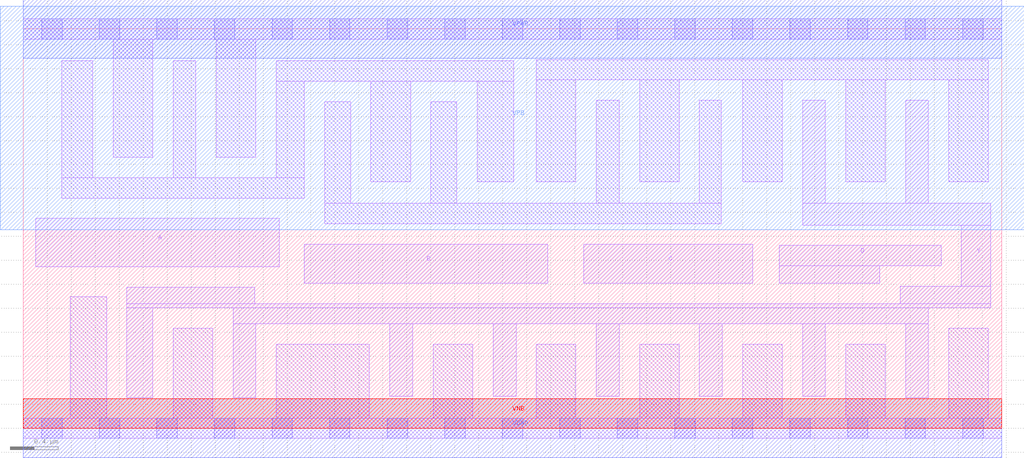
<source format=lef>
# Copyright 2020 The SkyWater PDK Authors
#
# Licensed under the Apache License, Version 2.0 (the "License");
# you may not use this file except in compliance with the License.
# You may obtain a copy of the License at
#
#     https://www.apache.org/licenses/LICENSE-2.0
#
# Unless required by applicable law or agreed to in writing, software
# distributed under the License is distributed on an "AS IS" BASIS,
# WITHOUT WARRANTIES OR CONDITIONS OF ANY KIND, either express or implied.
# See the License for the specific language governing permissions and
# limitations under the License.
#
# SPDX-License-Identifier: Apache-2.0

VERSION 5.7 ;
  NOWIREEXTENSIONATPIN ON ;
  DIVIDERCHAR "/" ;
  BUSBITCHARS "[]" ;
MACRO sky130_fd_sc_lp__nor4_4
  CLASS CORE ;
  FOREIGN sky130_fd_sc_lp__nor4_4 ;
  ORIGIN  0.000000  0.000000 ;
  SIZE  8.160000 BY  3.330000 ;
  SYMMETRY X Y R90 ;
  SITE unit ;
  PIN A
    ANTENNAGATEAREA  1.260000 ;
    DIRECTION INPUT ;
    USE SIGNAL ;
    PORT
      LAYER li1 ;
        RECT 0.105000 1.345000 2.135000 1.750000 ;
    END
  END A
  PIN B
    ANTENNAGATEAREA  1.260000 ;
    DIRECTION INPUT ;
    USE SIGNAL ;
    PORT
      LAYER li1 ;
        RECT 2.345000 1.210000 4.375000 1.535000 ;
    END
  END B
  PIN C
    ANTENNAGATEAREA  1.260000 ;
    DIRECTION INPUT ;
    USE SIGNAL ;
    PORT
      LAYER li1 ;
        RECT 4.675000 1.210000 6.085000 1.535000 ;
    END
  END C
  PIN D
    ANTENNAGATEAREA  1.260000 ;
    DIRECTION INPUT ;
    USE SIGNAL ;
    PORT
      LAYER li1 ;
        RECT 6.305000 1.210000 7.145000 1.355000 ;
        RECT 6.305000 1.355000 7.655000 1.525000 ;
    END
  END D
  PIN Y
    ANTENNADIFFAREA  2.587200 ;
    DIRECTION OUTPUT ;
    USE SIGNAL ;
    PORT
      LAYER li1 ;
        RECT 0.865000 0.255000 1.080000 1.005000 ;
        RECT 0.865000 1.005000 8.070000 1.040000 ;
        RECT 0.865000 1.040000 1.930000 1.175000 ;
        RECT 1.750000 0.255000 1.940000 0.870000 ;
        RECT 1.750000 0.870000 7.550000 1.005000 ;
        RECT 3.055000 0.265000 3.250000 0.870000 ;
        RECT 3.920000 0.265000 4.110000 0.870000 ;
        RECT 4.780000 0.265000 4.970000 0.870000 ;
        RECT 5.640000 0.265000 5.830000 0.870000 ;
        RECT 6.500000 0.265000 6.690000 0.870000 ;
        RECT 6.500000 1.695000 8.070000 1.875000 ;
        RECT 6.500000 1.875000 6.690000 2.735000 ;
        RECT 7.315000 1.040000 8.070000 1.185000 ;
        RECT 7.360000 0.255000 7.550000 0.870000 ;
        RECT 7.360000 1.875000 7.550000 2.735000 ;
        RECT 7.825000 1.185000 8.070000 1.695000 ;
    END
  END Y
  PIN VGND
    DIRECTION INOUT ;
    USE GROUND ;
    PORT
      LAYER met1 ;
        RECT 0.000000 -0.245000 8.160000 0.245000 ;
    END
  END VGND
  PIN VNB
    DIRECTION INOUT ;
    USE GROUND ;
    PORT
      LAYER pwell ;
        RECT 0.000000 0.000000 8.160000 0.245000 ;
    END
  END VNB
  PIN VPB
    DIRECTION INOUT ;
    USE POWER ;
    PORT
      LAYER nwell ;
        RECT -0.190000 1.655000 8.350000 3.520000 ;
    END
  END VPB
  PIN VPWR
    DIRECTION INOUT ;
    USE POWER ;
    PORT
      LAYER met1 ;
        RECT 0.000000 3.085000 8.160000 3.575000 ;
    END
  END VPWR
  OBS
    LAYER li1 ;
      RECT 0.000000 -0.085000 8.160000 0.085000 ;
      RECT 0.000000  3.245000 8.160000 3.415000 ;
      RECT 0.320000  1.920000 2.345000 2.090000 ;
      RECT 0.320000  2.090000 0.580000 3.065000 ;
      RECT 0.390000  0.085000 0.695000 1.095000 ;
      RECT 0.750000  2.260000 1.080000 3.245000 ;
      RECT 1.250000  0.085000 1.580000 0.835000 ;
      RECT 1.250000  2.090000 1.440000 3.065000 ;
      RECT 1.610000  2.260000 1.940000 3.245000 ;
      RECT 2.110000  0.085000 2.885000 0.700000 ;
      RECT 2.110000  2.090000 2.345000 2.895000 ;
      RECT 2.110000  2.895000 4.090000 3.065000 ;
      RECT 2.515000  1.705000 5.820000 1.875000 ;
      RECT 2.515000  1.875000 2.730000 2.725000 ;
      RECT 2.900000  2.055000 3.230000 2.895000 ;
      RECT 3.400000  1.875000 3.615000 2.725000 ;
      RECT 3.420000  0.085000 3.750000 0.700000 ;
      RECT 3.785000  2.055000 4.090000 2.895000 ;
      RECT 4.280000  0.085000 4.610000 0.700000 ;
      RECT 4.280000  2.055000 4.610000 2.905000 ;
      RECT 4.280000  2.905000 8.050000 3.075000 ;
      RECT 4.780000  1.875000 4.970000 2.735000 ;
      RECT 5.140000  0.085000 5.470000 0.700000 ;
      RECT 5.140000  2.055000 5.470000 2.905000 ;
      RECT 5.640000  1.875000 5.820000 2.735000 ;
      RECT 6.000000  0.085000 6.330000 0.700000 ;
      RECT 6.000000  2.055000 6.330000 2.905000 ;
      RECT 6.860000  0.085000 7.190000 0.700000 ;
      RECT 6.860000  2.055000 7.190000 2.905000 ;
      RECT 7.720000  0.085000 8.050000 0.835000 ;
      RECT 7.720000  2.055000 8.050000 2.905000 ;
    LAYER mcon ;
      RECT 0.155000 -0.085000 0.325000 0.085000 ;
      RECT 0.155000  3.245000 0.325000 3.415000 ;
      RECT 0.635000 -0.085000 0.805000 0.085000 ;
      RECT 0.635000  3.245000 0.805000 3.415000 ;
      RECT 1.115000 -0.085000 1.285000 0.085000 ;
      RECT 1.115000  3.245000 1.285000 3.415000 ;
      RECT 1.595000 -0.085000 1.765000 0.085000 ;
      RECT 1.595000  3.245000 1.765000 3.415000 ;
      RECT 2.075000 -0.085000 2.245000 0.085000 ;
      RECT 2.075000  3.245000 2.245000 3.415000 ;
      RECT 2.555000 -0.085000 2.725000 0.085000 ;
      RECT 2.555000  3.245000 2.725000 3.415000 ;
      RECT 3.035000 -0.085000 3.205000 0.085000 ;
      RECT 3.035000  3.245000 3.205000 3.415000 ;
      RECT 3.515000 -0.085000 3.685000 0.085000 ;
      RECT 3.515000  3.245000 3.685000 3.415000 ;
      RECT 3.995000 -0.085000 4.165000 0.085000 ;
      RECT 3.995000  3.245000 4.165000 3.415000 ;
      RECT 4.475000 -0.085000 4.645000 0.085000 ;
      RECT 4.475000  3.245000 4.645000 3.415000 ;
      RECT 4.955000 -0.085000 5.125000 0.085000 ;
      RECT 4.955000  3.245000 5.125000 3.415000 ;
      RECT 5.435000 -0.085000 5.605000 0.085000 ;
      RECT 5.435000  3.245000 5.605000 3.415000 ;
      RECT 5.915000 -0.085000 6.085000 0.085000 ;
      RECT 5.915000  3.245000 6.085000 3.415000 ;
      RECT 6.395000 -0.085000 6.565000 0.085000 ;
      RECT 6.395000  3.245000 6.565000 3.415000 ;
      RECT 6.875000 -0.085000 7.045000 0.085000 ;
      RECT 6.875000  3.245000 7.045000 3.415000 ;
      RECT 7.355000 -0.085000 7.525000 0.085000 ;
      RECT 7.355000  3.245000 7.525000 3.415000 ;
      RECT 7.835000 -0.085000 8.005000 0.085000 ;
      RECT 7.835000  3.245000 8.005000 3.415000 ;
  END
END sky130_fd_sc_lp__nor4_4
END LIBRARY

</source>
